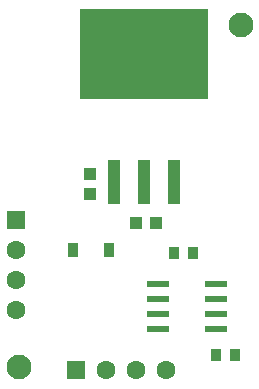
<source format=gbr>
%TF.GenerationSoftware,KiCad,Pcbnew,5.1.10*%
%TF.CreationDate,2021-09-22T17:39:45-07:00*%
%TF.ProjectId,Instrumentation-Amplifier,496e7374-7275-46d6-956e-746174696f6e,2.0*%
%TF.SameCoordinates,Original*%
%TF.FileFunction,Soldermask,Top*%
%TF.FilePolarity,Negative*%
%FSLAX46Y46*%
G04 Gerber Fmt 4.6, Leading zero omitted, Abs format (unit mm)*
G04 Created by KiCad (PCBNEW 5.1.10) date 2021-09-22 17:39:45*
%MOMM*%
%LPD*%
G01*
G04 APERTURE LIST*
%ADD10C,2.100000*%
%ADD11R,1.000000X1.100000*%
%ADD12R,1.100000X1.000000*%
%ADD13R,0.965200X1.295400*%
%ADD14R,1.605000X1.605000*%
%ADD15C,1.605000*%
%ADD16R,0.940000X1.020000*%
%ADD17R,0.990000X3.790000*%
%ADD18R,10.840000X7.620000*%
%ADD19R,1.981200X0.558800*%
G04 APERTURE END LIST*
D10*
%TO.C,REF\u002A\u002A*%
X106934000Y-131876800D03*
%TD*%
%TO.C,REF\u002A\u002A*%
X125730000Y-102870000D03*
%TD*%
D11*
%TO.C,C1*%
X112979200Y-117182000D03*
X112979200Y-115482000D03*
%TD*%
D12*
%TO.C,C2*%
X116828200Y-119634000D03*
X118528200Y-119634000D03*
%TD*%
D13*
%TO.C,D1*%
X111506000Y-121920000D03*
X114554000Y-121920000D03*
%TD*%
D14*
%TO.C,J1*%
X106680000Y-119380000D03*
D15*
X106680000Y-121920000D03*
X106680000Y-124460000D03*
X106680000Y-127000000D03*
%TD*%
D14*
%TO.C,J2*%
X111760000Y-132080000D03*
D15*
X114300000Y-132080000D03*
X116840000Y-132080000D03*
X119380000Y-132080000D03*
%TD*%
D16*
%TO.C,R1*%
X120114000Y-122174000D03*
X121694000Y-122174000D03*
%TD*%
%TO.C,R2*%
X125250000Y-130810000D03*
X123670000Y-130810000D03*
%TD*%
D17*
%TO.C,U1*%
X114985800Y-116204200D03*
X117525800Y-116204200D03*
X120065800Y-116204200D03*
D18*
X117525800Y-105324200D03*
%TD*%
D19*
%TO.C,U2*%
X118694200Y-124841000D03*
X118694200Y-126111000D03*
X118694200Y-127381000D03*
X118694200Y-128651000D03*
X123621800Y-128651000D03*
X123621800Y-127381000D03*
X123621800Y-126111000D03*
X123621800Y-124841000D03*
%TD*%
M02*

</source>
